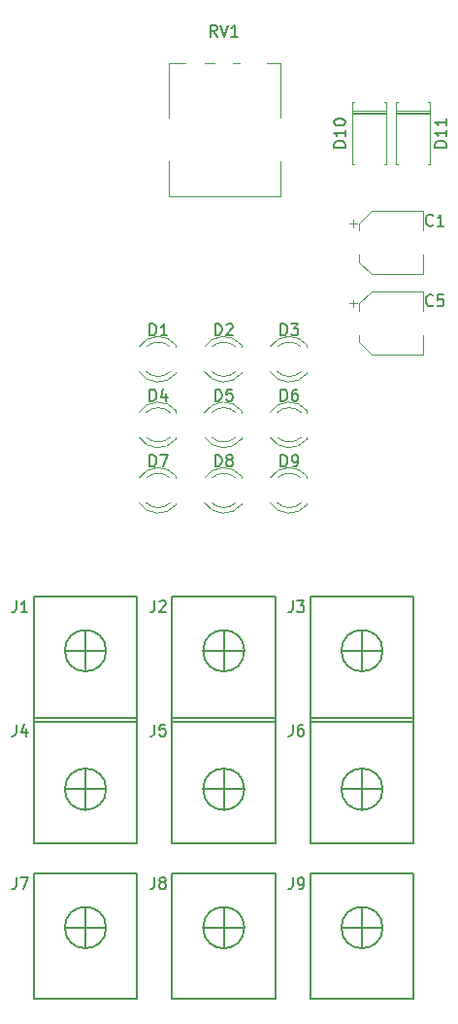
<source format=gto>
G04 #@! TF.GenerationSoftware,KiCad,Pcbnew,(5.1.2)-1*
G04 #@! TF.CreationDate,2019-10-29T22:05:20+01:00*
G04 #@! TF.ProjectId,takt,74616b74-2e6b-4696-9361-645f70636258,rev?*
G04 #@! TF.SameCoordinates,Original*
G04 #@! TF.FileFunction,Legend,Top*
G04 #@! TF.FilePolarity,Positive*
%FSLAX46Y46*%
G04 Gerber Fmt 4.6, Leading zero omitted, Abs format (unit mm)*
G04 Created by KiCad (PCBNEW (5.1.2)-1) date 2019-10-29 22:05:20*
%MOMM*%
%LPD*%
G04 APERTURE LIST*
%ADD10C,0.120000*%
%ADD11C,0.150000*%
G04 APERTURE END LIST*
D10*
X86645000Y-75810000D02*
X87475000Y-75810000D01*
X89095000Y-75810000D02*
X89625000Y-75810000D01*
X91995000Y-75810000D02*
X93175000Y-75810000D01*
X83435000Y-75810000D02*
X83435000Y-80530000D01*
X93175000Y-84340000D02*
X93175000Y-87400000D01*
X93185000Y-75810000D02*
X93185000Y-80530000D01*
X83435000Y-84340000D02*
X83435000Y-87400000D01*
X83435000Y-75810000D02*
X84925000Y-75810000D01*
X83435000Y-87400000D02*
X93175000Y-87400000D01*
D11*
X104830000Y-157330000D02*
X95830000Y-157330000D01*
X104830000Y-146430000D02*
X95830000Y-146430000D01*
X104830000Y-157330000D02*
X104830000Y-146430000D01*
X95830000Y-157330000D02*
X95830000Y-146430000D01*
X102130000Y-151130000D02*
G75*
G03X102130000Y-151130000I-1800000J0D01*
G01*
X100330000Y-152930000D02*
X100330000Y-149330000D01*
X102130000Y-151130000D02*
X98530000Y-151130000D01*
X92765000Y-157330000D02*
X83765000Y-157330000D01*
X92765000Y-146430000D02*
X83765000Y-146430000D01*
X92765000Y-157330000D02*
X92765000Y-146430000D01*
X83765000Y-157330000D02*
X83765000Y-146430000D01*
X90065000Y-151130000D02*
G75*
G03X90065000Y-151130000I-1800000J0D01*
G01*
X88265000Y-152930000D02*
X88265000Y-149330000D01*
X90065000Y-151130000D02*
X86465000Y-151130000D01*
X80700000Y-157330000D02*
X71700000Y-157330000D01*
X80700000Y-146430000D02*
X71700000Y-146430000D01*
X80700000Y-157330000D02*
X80700000Y-146430000D01*
X71700000Y-157330000D02*
X71700000Y-146430000D01*
X78000000Y-151130000D02*
G75*
G03X78000000Y-151130000I-1800000J0D01*
G01*
X76200000Y-152930000D02*
X76200000Y-149330000D01*
X78000000Y-151130000D02*
X74400000Y-151130000D01*
X95830000Y-132865000D02*
X104830000Y-132865000D01*
X95830000Y-143765000D02*
X104830000Y-143765000D01*
X95830000Y-132865000D02*
X95830000Y-143765000D01*
X104830000Y-132865000D02*
X104830000Y-143765000D01*
X102130000Y-139065000D02*
G75*
G03X102130000Y-139065000I-1800000J0D01*
G01*
X100330000Y-137265000D02*
X100330000Y-140865000D01*
X98530000Y-139065000D02*
X102130000Y-139065000D01*
X83765000Y-132865000D02*
X92765000Y-132865000D01*
X83765000Y-143765000D02*
X92765000Y-143765000D01*
X83765000Y-132865000D02*
X83765000Y-143765000D01*
X92765000Y-132865000D02*
X92765000Y-143765000D01*
X90065000Y-139065000D02*
G75*
G03X90065000Y-139065000I-1800000J0D01*
G01*
X88265000Y-137265000D02*
X88265000Y-140865000D01*
X86465000Y-139065000D02*
X90065000Y-139065000D01*
X71700000Y-132865000D02*
X80700000Y-132865000D01*
X71700000Y-143765000D02*
X80700000Y-143765000D01*
X71700000Y-132865000D02*
X71700000Y-143765000D01*
X80700000Y-132865000D02*
X80700000Y-143765000D01*
X78000000Y-139065000D02*
G75*
G03X78000000Y-139065000I-1800000J0D01*
G01*
X76200000Y-137265000D02*
X76200000Y-140865000D01*
X74400000Y-139065000D02*
X78000000Y-139065000D01*
X104830000Y-133200000D02*
X95830000Y-133200000D01*
X104830000Y-122300000D02*
X95830000Y-122300000D01*
X104830000Y-133200000D02*
X104830000Y-122300000D01*
X95830000Y-133200000D02*
X95830000Y-122300000D01*
X102130000Y-127000000D02*
G75*
G03X102130000Y-127000000I-1800000J0D01*
G01*
X100330000Y-128800000D02*
X100330000Y-125200000D01*
X102130000Y-127000000D02*
X98530000Y-127000000D01*
X92765000Y-133200000D02*
X83765000Y-133200000D01*
X92765000Y-122300000D02*
X83765000Y-122300000D01*
X92765000Y-133200000D02*
X92765000Y-122300000D01*
X83765000Y-133200000D02*
X83765000Y-122300000D01*
X90065000Y-127000000D02*
G75*
G03X90065000Y-127000000I-1800000J0D01*
G01*
X88265000Y-128800000D02*
X88265000Y-125200000D01*
X90065000Y-127000000D02*
X86465000Y-127000000D01*
X80700000Y-133200000D02*
X71700000Y-133200000D01*
X80700000Y-122300000D02*
X71700000Y-122300000D01*
X80700000Y-133200000D02*
X80700000Y-122300000D01*
X71700000Y-133200000D02*
X71700000Y-122300000D01*
X78000000Y-127000000D02*
G75*
G03X78000000Y-127000000I-1800000J0D01*
G01*
X76200000Y-128800000D02*
X76200000Y-125200000D01*
X78000000Y-127000000D02*
X74400000Y-127000000D01*
D10*
X106245000Y-79975000D02*
X103305000Y-79975000D01*
X106245000Y-80215000D02*
X103305000Y-80215000D01*
X106245000Y-80095000D02*
X103305000Y-80095000D01*
X103305000Y-84635000D02*
X103435000Y-84635000D01*
X103305000Y-79195000D02*
X103305000Y-84635000D01*
X103435000Y-79195000D02*
X103305000Y-79195000D01*
X106245000Y-84635000D02*
X106115000Y-84635000D01*
X106245000Y-79195000D02*
X106245000Y-84635000D01*
X106115000Y-79195000D02*
X106245000Y-79195000D01*
X102435000Y-79975000D02*
X99495000Y-79975000D01*
X102435000Y-80215000D02*
X99495000Y-80215000D01*
X102435000Y-80095000D02*
X99495000Y-80095000D01*
X99495000Y-84635000D02*
X99625000Y-84635000D01*
X99495000Y-79195000D02*
X99495000Y-84635000D01*
X99625000Y-79195000D02*
X99495000Y-79195000D01*
X102435000Y-84635000D02*
X102305000Y-84635000D01*
X102435000Y-79195000D02*
X102435000Y-84635000D01*
X102305000Y-79195000D02*
X102435000Y-79195000D01*
X95540000Y-111950000D02*
X95540000Y-111794000D01*
X95540000Y-114266000D02*
X95540000Y-114110000D01*
X92938870Y-111950163D02*
G75*
G02X95020961Y-111950000I1041130J-1079837D01*
G01*
X92938870Y-114109837D02*
G75*
G03X95020961Y-114110000I1041130J1079837D01*
G01*
X92307665Y-111951392D02*
G75*
G02X95540000Y-111794484I1672335J-1078608D01*
G01*
X92307665Y-114108608D02*
G75*
G03X95540000Y-114265516I1672335J1078608D01*
G01*
X89825000Y-111950000D02*
X89825000Y-111794000D01*
X89825000Y-114266000D02*
X89825000Y-114110000D01*
X87223870Y-111950163D02*
G75*
G02X89305961Y-111950000I1041130J-1079837D01*
G01*
X87223870Y-114109837D02*
G75*
G03X89305961Y-114110000I1041130J1079837D01*
G01*
X86592665Y-111951392D02*
G75*
G02X89825000Y-111794484I1672335J-1078608D01*
G01*
X86592665Y-114108608D02*
G75*
G03X89825000Y-114265516I1672335J1078608D01*
G01*
X84110000Y-111950000D02*
X84110000Y-111794000D01*
X84110000Y-114266000D02*
X84110000Y-114110000D01*
X81508870Y-111950163D02*
G75*
G02X83590961Y-111950000I1041130J-1079837D01*
G01*
X81508870Y-114109837D02*
G75*
G03X83590961Y-114110000I1041130J1079837D01*
G01*
X80877665Y-111951392D02*
G75*
G02X84110000Y-111794484I1672335J-1078608D01*
G01*
X80877665Y-114108608D02*
G75*
G03X84110000Y-114265516I1672335J1078608D01*
G01*
X95540000Y-106235000D02*
X95540000Y-106079000D01*
X95540000Y-108551000D02*
X95540000Y-108395000D01*
X92938870Y-106235163D02*
G75*
G02X95020961Y-106235000I1041130J-1079837D01*
G01*
X92938870Y-108394837D02*
G75*
G03X95020961Y-108395000I1041130J1079837D01*
G01*
X92307665Y-106236392D02*
G75*
G02X95540000Y-106079484I1672335J-1078608D01*
G01*
X92307665Y-108393608D02*
G75*
G03X95540000Y-108550516I1672335J1078608D01*
G01*
X89825000Y-106235000D02*
X89825000Y-106079000D01*
X89825000Y-108551000D02*
X89825000Y-108395000D01*
X87223870Y-106235163D02*
G75*
G02X89305961Y-106235000I1041130J-1079837D01*
G01*
X87223870Y-108394837D02*
G75*
G03X89305961Y-108395000I1041130J1079837D01*
G01*
X86592665Y-106236392D02*
G75*
G02X89825000Y-106079484I1672335J-1078608D01*
G01*
X86592665Y-108393608D02*
G75*
G03X89825000Y-108550516I1672335J1078608D01*
G01*
X84110000Y-106235000D02*
X84110000Y-106079000D01*
X84110000Y-108551000D02*
X84110000Y-108395000D01*
X81508870Y-106235163D02*
G75*
G02X83590961Y-106235000I1041130J-1079837D01*
G01*
X81508870Y-108394837D02*
G75*
G03X83590961Y-108395000I1041130J1079837D01*
G01*
X80877665Y-106236392D02*
G75*
G02X84110000Y-106079484I1672335J-1078608D01*
G01*
X80877665Y-108393608D02*
G75*
G03X84110000Y-108550516I1672335J1078608D01*
G01*
X95540000Y-100520000D02*
X95540000Y-100364000D01*
X95540000Y-102836000D02*
X95540000Y-102680000D01*
X92938870Y-100520163D02*
G75*
G02X95020961Y-100520000I1041130J-1079837D01*
G01*
X92938870Y-102679837D02*
G75*
G03X95020961Y-102680000I1041130J1079837D01*
G01*
X92307665Y-100521392D02*
G75*
G02X95540000Y-100364484I1672335J-1078608D01*
G01*
X92307665Y-102678608D02*
G75*
G03X95540000Y-102835516I1672335J1078608D01*
G01*
X89825000Y-100520000D02*
X89825000Y-100364000D01*
X89825000Y-102836000D02*
X89825000Y-102680000D01*
X87223870Y-100520163D02*
G75*
G02X89305961Y-100520000I1041130J-1079837D01*
G01*
X87223870Y-102679837D02*
G75*
G03X89305961Y-102680000I1041130J1079837D01*
G01*
X86592665Y-100521392D02*
G75*
G02X89825000Y-100364484I1672335J-1078608D01*
G01*
X86592665Y-102678608D02*
G75*
G03X89825000Y-102835516I1672335J1078608D01*
G01*
X84110000Y-100520000D02*
X84110000Y-100364000D01*
X84110000Y-102836000D02*
X84110000Y-102680000D01*
X81508870Y-100520163D02*
G75*
G02X83590961Y-100520000I1041130J-1079837D01*
G01*
X81508870Y-102679837D02*
G75*
G03X83590961Y-102680000I1041130J1079837D01*
G01*
X80877665Y-100521392D02*
G75*
G02X84110000Y-100364484I1672335J-1078608D01*
G01*
X80877665Y-102678608D02*
G75*
G03X84110000Y-102835516I1672335J1078608D01*
G01*
X99557500Y-96427500D02*
X99557500Y-97052500D01*
X99245000Y-96740000D02*
X99870000Y-96740000D01*
X100110000Y-100120563D02*
X101174437Y-101185000D01*
X100110000Y-96729437D02*
X101174437Y-95665000D01*
X100110000Y-96729437D02*
X100110000Y-97365000D01*
X100110000Y-100120563D02*
X100110000Y-99485000D01*
X101174437Y-101185000D02*
X105630000Y-101185000D01*
X101174437Y-95665000D02*
X105630000Y-95665000D01*
X105630000Y-95665000D02*
X105630000Y-97365000D01*
X105630000Y-101185000D02*
X105630000Y-99485000D01*
X99557500Y-89442500D02*
X99557500Y-90067500D01*
X99245000Y-89755000D02*
X99870000Y-89755000D01*
X100110000Y-93135563D02*
X101174437Y-94200000D01*
X100110000Y-89744437D02*
X101174437Y-88680000D01*
X100110000Y-89744437D02*
X100110000Y-90380000D01*
X100110000Y-93135563D02*
X100110000Y-92500000D01*
X101174437Y-94200000D02*
X105630000Y-94200000D01*
X101174437Y-88680000D02*
X105630000Y-88680000D01*
X105630000Y-88680000D02*
X105630000Y-90380000D01*
X105630000Y-94200000D02*
X105630000Y-92500000D01*
D11*
X87669761Y-73477380D02*
X87336428Y-73001190D01*
X87098333Y-73477380D02*
X87098333Y-72477380D01*
X87479285Y-72477380D01*
X87574523Y-72525000D01*
X87622142Y-72572619D01*
X87669761Y-72667857D01*
X87669761Y-72810714D01*
X87622142Y-72905952D01*
X87574523Y-72953571D01*
X87479285Y-73001190D01*
X87098333Y-73001190D01*
X87955476Y-72477380D02*
X88288809Y-73477380D01*
X88622142Y-72477380D01*
X89479285Y-73477380D02*
X88907857Y-73477380D01*
X89193571Y-73477380D02*
X89193571Y-72477380D01*
X89098333Y-72620238D01*
X89003095Y-72715476D01*
X88907857Y-72763095D01*
X94281666Y-146772380D02*
X94281666Y-147486666D01*
X94234047Y-147629523D01*
X94138809Y-147724761D01*
X93995952Y-147772380D01*
X93900714Y-147772380D01*
X94805476Y-147772380D02*
X94995952Y-147772380D01*
X95091190Y-147724761D01*
X95138809Y-147677142D01*
X95234047Y-147534285D01*
X95281666Y-147343809D01*
X95281666Y-146962857D01*
X95234047Y-146867619D01*
X95186428Y-146820000D01*
X95091190Y-146772380D01*
X94900714Y-146772380D01*
X94805476Y-146820000D01*
X94757857Y-146867619D01*
X94710238Y-146962857D01*
X94710238Y-147200952D01*
X94757857Y-147296190D01*
X94805476Y-147343809D01*
X94900714Y-147391428D01*
X95091190Y-147391428D01*
X95186428Y-147343809D01*
X95234047Y-147296190D01*
X95281666Y-147200952D01*
X82216666Y-146772380D02*
X82216666Y-147486666D01*
X82169047Y-147629523D01*
X82073809Y-147724761D01*
X81930952Y-147772380D01*
X81835714Y-147772380D01*
X82835714Y-147200952D02*
X82740476Y-147153333D01*
X82692857Y-147105714D01*
X82645238Y-147010476D01*
X82645238Y-146962857D01*
X82692857Y-146867619D01*
X82740476Y-146820000D01*
X82835714Y-146772380D01*
X83026190Y-146772380D01*
X83121428Y-146820000D01*
X83169047Y-146867619D01*
X83216666Y-146962857D01*
X83216666Y-147010476D01*
X83169047Y-147105714D01*
X83121428Y-147153333D01*
X83026190Y-147200952D01*
X82835714Y-147200952D01*
X82740476Y-147248571D01*
X82692857Y-147296190D01*
X82645238Y-147391428D01*
X82645238Y-147581904D01*
X82692857Y-147677142D01*
X82740476Y-147724761D01*
X82835714Y-147772380D01*
X83026190Y-147772380D01*
X83121428Y-147724761D01*
X83169047Y-147677142D01*
X83216666Y-147581904D01*
X83216666Y-147391428D01*
X83169047Y-147296190D01*
X83121428Y-147248571D01*
X83026190Y-147200952D01*
X70151666Y-146772380D02*
X70151666Y-147486666D01*
X70104047Y-147629523D01*
X70008809Y-147724761D01*
X69865952Y-147772380D01*
X69770714Y-147772380D01*
X70532619Y-146772380D02*
X71199285Y-146772380D01*
X70770714Y-147772380D01*
X94281666Y-133437380D02*
X94281666Y-134151666D01*
X94234047Y-134294523D01*
X94138809Y-134389761D01*
X93995952Y-134437380D01*
X93900714Y-134437380D01*
X95186428Y-133437380D02*
X94995952Y-133437380D01*
X94900714Y-133485000D01*
X94853095Y-133532619D01*
X94757857Y-133675476D01*
X94710238Y-133865952D01*
X94710238Y-134246904D01*
X94757857Y-134342142D01*
X94805476Y-134389761D01*
X94900714Y-134437380D01*
X95091190Y-134437380D01*
X95186428Y-134389761D01*
X95234047Y-134342142D01*
X95281666Y-134246904D01*
X95281666Y-134008809D01*
X95234047Y-133913571D01*
X95186428Y-133865952D01*
X95091190Y-133818333D01*
X94900714Y-133818333D01*
X94805476Y-133865952D01*
X94757857Y-133913571D01*
X94710238Y-134008809D01*
X82216666Y-133437380D02*
X82216666Y-134151666D01*
X82169047Y-134294523D01*
X82073809Y-134389761D01*
X81930952Y-134437380D01*
X81835714Y-134437380D01*
X83169047Y-133437380D02*
X82692857Y-133437380D01*
X82645238Y-133913571D01*
X82692857Y-133865952D01*
X82788095Y-133818333D01*
X83026190Y-133818333D01*
X83121428Y-133865952D01*
X83169047Y-133913571D01*
X83216666Y-134008809D01*
X83216666Y-134246904D01*
X83169047Y-134342142D01*
X83121428Y-134389761D01*
X83026190Y-134437380D01*
X82788095Y-134437380D01*
X82692857Y-134389761D01*
X82645238Y-134342142D01*
X70151666Y-133437380D02*
X70151666Y-134151666D01*
X70104047Y-134294523D01*
X70008809Y-134389761D01*
X69865952Y-134437380D01*
X69770714Y-134437380D01*
X71056428Y-133770714D02*
X71056428Y-134437380D01*
X70818333Y-133389761D02*
X70580238Y-134104047D01*
X71199285Y-134104047D01*
X94281666Y-122642380D02*
X94281666Y-123356666D01*
X94234047Y-123499523D01*
X94138809Y-123594761D01*
X93995952Y-123642380D01*
X93900714Y-123642380D01*
X94662619Y-122642380D02*
X95281666Y-122642380D01*
X94948333Y-123023333D01*
X95091190Y-123023333D01*
X95186428Y-123070952D01*
X95234047Y-123118571D01*
X95281666Y-123213809D01*
X95281666Y-123451904D01*
X95234047Y-123547142D01*
X95186428Y-123594761D01*
X95091190Y-123642380D01*
X94805476Y-123642380D01*
X94710238Y-123594761D01*
X94662619Y-123547142D01*
X82216666Y-122642380D02*
X82216666Y-123356666D01*
X82169047Y-123499523D01*
X82073809Y-123594761D01*
X81930952Y-123642380D01*
X81835714Y-123642380D01*
X82645238Y-122737619D02*
X82692857Y-122690000D01*
X82788095Y-122642380D01*
X83026190Y-122642380D01*
X83121428Y-122690000D01*
X83169047Y-122737619D01*
X83216666Y-122832857D01*
X83216666Y-122928095D01*
X83169047Y-123070952D01*
X82597619Y-123642380D01*
X83216666Y-123642380D01*
X70151666Y-122642380D02*
X70151666Y-123356666D01*
X70104047Y-123499523D01*
X70008809Y-123594761D01*
X69865952Y-123642380D01*
X69770714Y-123642380D01*
X71151666Y-123642380D02*
X70580238Y-123642380D01*
X70865952Y-123642380D02*
X70865952Y-122642380D01*
X70770714Y-122785238D01*
X70675476Y-122880476D01*
X70580238Y-122928095D01*
X107697380Y-83129285D02*
X106697380Y-83129285D01*
X106697380Y-82891190D01*
X106745000Y-82748333D01*
X106840238Y-82653095D01*
X106935476Y-82605476D01*
X107125952Y-82557857D01*
X107268809Y-82557857D01*
X107459285Y-82605476D01*
X107554523Y-82653095D01*
X107649761Y-82748333D01*
X107697380Y-82891190D01*
X107697380Y-83129285D01*
X107697380Y-81605476D02*
X107697380Y-82176904D01*
X107697380Y-81891190D02*
X106697380Y-81891190D01*
X106840238Y-81986428D01*
X106935476Y-82081666D01*
X106983095Y-82176904D01*
X107697380Y-80653095D02*
X107697380Y-81224523D01*
X107697380Y-80938809D02*
X106697380Y-80938809D01*
X106840238Y-81034047D01*
X106935476Y-81129285D01*
X106983095Y-81224523D01*
X98877380Y-83129285D02*
X97877380Y-83129285D01*
X97877380Y-82891190D01*
X97925000Y-82748333D01*
X98020238Y-82653095D01*
X98115476Y-82605476D01*
X98305952Y-82557857D01*
X98448809Y-82557857D01*
X98639285Y-82605476D01*
X98734523Y-82653095D01*
X98829761Y-82748333D01*
X98877380Y-82891190D01*
X98877380Y-83129285D01*
X98877380Y-81605476D02*
X98877380Y-82176904D01*
X98877380Y-81891190D02*
X97877380Y-81891190D01*
X98020238Y-81986428D01*
X98115476Y-82081666D01*
X98163095Y-82176904D01*
X97877380Y-80986428D02*
X97877380Y-80891190D01*
X97925000Y-80795952D01*
X97972619Y-80748333D01*
X98067857Y-80700714D01*
X98258333Y-80653095D01*
X98496428Y-80653095D01*
X98686904Y-80700714D01*
X98782142Y-80748333D01*
X98829761Y-80795952D01*
X98877380Y-80891190D01*
X98877380Y-80986428D01*
X98829761Y-81081666D01*
X98782142Y-81129285D01*
X98686904Y-81176904D01*
X98496428Y-81224523D01*
X98258333Y-81224523D01*
X98067857Y-81176904D01*
X97972619Y-81129285D01*
X97925000Y-81081666D01*
X97877380Y-80986428D01*
X93241904Y-110942380D02*
X93241904Y-109942380D01*
X93480000Y-109942380D01*
X93622857Y-109990000D01*
X93718095Y-110085238D01*
X93765714Y-110180476D01*
X93813333Y-110370952D01*
X93813333Y-110513809D01*
X93765714Y-110704285D01*
X93718095Y-110799523D01*
X93622857Y-110894761D01*
X93480000Y-110942380D01*
X93241904Y-110942380D01*
X94289523Y-110942380D02*
X94480000Y-110942380D01*
X94575238Y-110894761D01*
X94622857Y-110847142D01*
X94718095Y-110704285D01*
X94765714Y-110513809D01*
X94765714Y-110132857D01*
X94718095Y-110037619D01*
X94670476Y-109990000D01*
X94575238Y-109942380D01*
X94384761Y-109942380D01*
X94289523Y-109990000D01*
X94241904Y-110037619D01*
X94194285Y-110132857D01*
X94194285Y-110370952D01*
X94241904Y-110466190D01*
X94289523Y-110513809D01*
X94384761Y-110561428D01*
X94575238Y-110561428D01*
X94670476Y-110513809D01*
X94718095Y-110466190D01*
X94765714Y-110370952D01*
X87526904Y-110942380D02*
X87526904Y-109942380D01*
X87765000Y-109942380D01*
X87907857Y-109990000D01*
X88003095Y-110085238D01*
X88050714Y-110180476D01*
X88098333Y-110370952D01*
X88098333Y-110513809D01*
X88050714Y-110704285D01*
X88003095Y-110799523D01*
X87907857Y-110894761D01*
X87765000Y-110942380D01*
X87526904Y-110942380D01*
X88669761Y-110370952D02*
X88574523Y-110323333D01*
X88526904Y-110275714D01*
X88479285Y-110180476D01*
X88479285Y-110132857D01*
X88526904Y-110037619D01*
X88574523Y-109990000D01*
X88669761Y-109942380D01*
X88860238Y-109942380D01*
X88955476Y-109990000D01*
X89003095Y-110037619D01*
X89050714Y-110132857D01*
X89050714Y-110180476D01*
X89003095Y-110275714D01*
X88955476Y-110323333D01*
X88860238Y-110370952D01*
X88669761Y-110370952D01*
X88574523Y-110418571D01*
X88526904Y-110466190D01*
X88479285Y-110561428D01*
X88479285Y-110751904D01*
X88526904Y-110847142D01*
X88574523Y-110894761D01*
X88669761Y-110942380D01*
X88860238Y-110942380D01*
X88955476Y-110894761D01*
X89003095Y-110847142D01*
X89050714Y-110751904D01*
X89050714Y-110561428D01*
X89003095Y-110466190D01*
X88955476Y-110418571D01*
X88860238Y-110370952D01*
X81811904Y-110942380D02*
X81811904Y-109942380D01*
X82050000Y-109942380D01*
X82192857Y-109990000D01*
X82288095Y-110085238D01*
X82335714Y-110180476D01*
X82383333Y-110370952D01*
X82383333Y-110513809D01*
X82335714Y-110704285D01*
X82288095Y-110799523D01*
X82192857Y-110894761D01*
X82050000Y-110942380D01*
X81811904Y-110942380D01*
X82716666Y-109942380D02*
X83383333Y-109942380D01*
X82954761Y-110942380D01*
X93241904Y-105227380D02*
X93241904Y-104227380D01*
X93480000Y-104227380D01*
X93622857Y-104275000D01*
X93718095Y-104370238D01*
X93765714Y-104465476D01*
X93813333Y-104655952D01*
X93813333Y-104798809D01*
X93765714Y-104989285D01*
X93718095Y-105084523D01*
X93622857Y-105179761D01*
X93480000Y-105227380D01*
X93241904Y-105227380D01*
X94670476Y-104227380D02*
X94480000Y-104227380D01*
X94384761Y-104275000D01*
X94337142Y-104322619D01*
X94241904Y-104465476D01*
X94194285Y-104655952D01*
X94194285Y-105036904D01*
X94241904Y-105132142D01*
X94289523Y-105179761D01*
X94384761Y-105227380D01*
X94575238Y-105227380D01*
X94670476Y-105179761D01*
X94718095Y-105132142D01*
X94765714Y-105036904D01*
X94765714Y-104798809D01*
X94718095Y-104703571D01*
X94670476Y-104655952D01*
X94575238Y-104608333D01*
X94384761Y-104608333D01*
X94289523Y-104655952D01*
X94241904Y-104703571D01*
X94194285Y-104798809D01*
X87526904Y-105227380D02*
X87526904Y-104227380D01*
X87765000Y-104227380D01*
X87907857Y-104275000D01*
X88003095Y-104370238D01*
X88050714Y-104465476D01*
X88098333Y-104655952D01*
X88098333Y-104798809D01*
X88050714Y-104989285D01*
X88003095Y-105084523D01*
X87907857Y-105179761D01*
X87765000Y-105227380D01*
X87526904Y-105227380D01*
X89003095Y-104227380D02*
X88526904Y-104227380D01*
X88479285Y-104703571D01*
X88526904Y-104655952D01*
X88622142Y-104608333D01*
X88860238Y-104608333D01*
X88955476Y-104655952D01*
X89003095Y-104703571D01*
X89050714Y-104798809D01*
X89050714Y-105036904D01*
X89003095Y-105132142D01*
X88955476Y-105179761D01*
X88860238Y-105227380D01*
X88622142Y-105227380D01*
X88526904Y-105179761D01*
X88479285Y-105132142D01*
X81811904Y-105227380D02*
X81811904Y-104227380D01*
X82050000Y-104227380D01*
X82192857Y-104275000D01*
X82288095Y-104370238D01*
X82335714Y-104465476D01*
X82383333Y-104655952D01*
X82383333Y-104798809D01*
X82335714Y-104989285D01*
X82288095Y-105084523D01*
X82192857Y-105179761D01*
X82050000Y-105227380D01*
X81811904Y-105227380D01*
X83240476Y-104560714D02*
X83240476Y-105227380D01*
X83002380Y-104179761D02*
X82764285Y-104894047D01*
X83383333Y-104894047D01*
X93241904Y-99512380D02*
X93241904Y-98512380D01*
X93480000Y-98512380D01*
X93622857Y-98560000D01*
X93718095Y-98655238D01*
X93765714Y-98750476D01*
X93813333Y-98940952D01*
X93813333Y-99083809D01*
X93765714Y-99274285D01*
X93718095Y-99369523D01*
X93622857Y-99464761D01*
X93480000Y-99512380D01*
X93241904Y-99512380D01*
X94146666Y-98512380D02*
X94765714Y-98512380D01*
X94432380Y-98893333D01*
X94575238Y-98893333D01*
X94670476Y-98940952D01*
X94718095Y-98988571D01*
X94765714Y-99083809D01*
X94765714Y-99321904D01*
X94718095Y-99417142D01*
X94670476Y-99464761D01*
X94575238Y-99512380D01*
X94289523Y-99512380D01*
X94194285Y-99464761D01*
X94146666Y-99417142D01*
X87526904Y-99512380D02*
X87526904Y-98512380D01*
X87765000Y-98512380D01*
X87907857Y-98560000D01*
X88003095Y-98655238D01*
X88050714Y-98750476D01*
X88098333Y-98940952D01*
X88098333Y-99083809D01*
X88050714Y-99274285D01*
X88003095Y-99369523D01*
X87907857Y-99464761D01*
X87765000Y-99512380D01*
X87526904Y-99512380D01*
X88479285Y-98607619D02*
X88526904Y-98560000D01*
X88622142Y-98512380D01*
X88860238Y-98512380D01*
X88955476Y-98560000D01*
X89003095Y-98607619D01*
X89050714Y-98702857D01*
X89050714Y-98798095D01*
X89003095Y-98940952D01*
X88431666Y-99512380D01*
X89050714Y-99512380D01*
X81811904Y-99512380D02*
X81811904Y-98512380D01*
X82050000Y-98512380D01*
X82192857Y-98560000D01*
X82288095Y-98655238D01*
X82335714Y-98750476D01*
X82383333Y-98940952D01*
X82383333Y-99083809D01*
X82335714Y-99274285D01*
X82288095Y-99369523D01*
X82192857Y-99464761D01*
X82050000Y-99512380D01*
X81811904Y-99512380D01*
X83335714Y-99512380D02*
X82764285Y-99512380D01*
X83050000Y-99512380D02*
X83050000Y-98512380D01*
X82954761Y-98655238D01*
X82859523Y-98750476D01*
X82764285Y-98798095D01*
X106513333Y-96877142D02*
X106465714Y-96924761D01*
X106322857Y-96972380D01*
X106227619Y-96972380D01*
X106084761Y-96924761D01*
X105989523Y-96829523D01*
X105941904Y-96734285D01*
X105894285Y-96543809D01*
X105894285Y-96400952D01*
X105941904Y-96210476D01*
X105989523Y-96115238D01*
X106084761Y-96020000D01*
X106227619Y-95972380D01*
X106322857Y-95972380D01*
X106465714Y-96020000D01*
X106513333Y-96067619D01*
X107418095Y-95972380D02*
X106941904Y-95972380D01*
X106894285Y-96448571D01*
X106941904Y-96400952D01*
X107037142Y-96353333D01*
X107275238Y-96353333D01*
X107370476Y-96400952D01*
X107418095Y-96448571D01*
X107465714Y-96543809D01*
X107465714Y-96781904D01*
X107418095Y-96877142D01*
X107370476Y-96924761D01*
X107275238Y-96972380D01*
X107037142Y-96972380D01*
X106941904Y-96924761D01*
X106894285Y-96877142D01*
X106513333Y-89892142D02*
X106465714Y-89939761D01*
X106322857Y-89987380D01*
X106227619Y-89987380D01*
X106084761Y-89939761D01*
X105989523Y-89844523D01*
X105941904Y-89749285D01*
X105894285Y-89558809D01*
X105894285Y-89415952D01*
X105941904Y-89225476D01*
X105989523Y-89130238D01*
X106084761Y-89035000D01*
X106227619Y-88987380D01*
X106322857Y-88987380D01*
X106465714Y-89035000D01*
X106513333Y-89082619D01*
X107465714Y-89987380D02*
X106894285Y-89987380D01*
X107180000Y-89987380D02*
X107180000Y-88987380D01*
X107084761Y-89130238D01*
X106989523Y-89225476D01*
X106894285Y-89273095D01*
M02*

</source>
